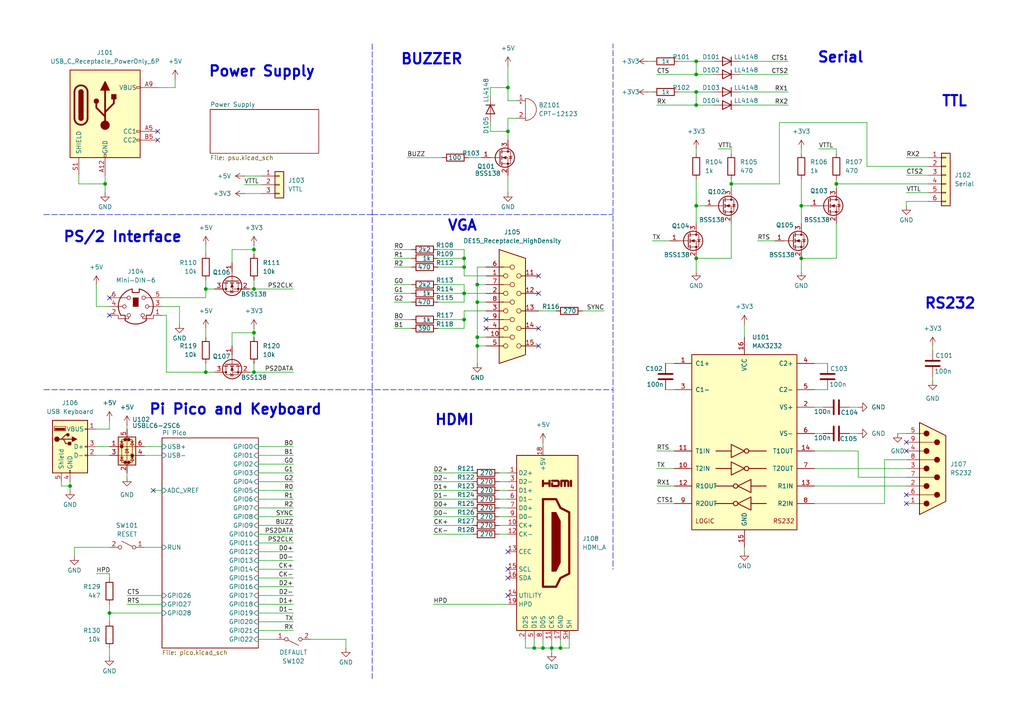
<source format=kicad_sch>
(kicad_sch (version 20231120) (generator "eeschema") (generator_version "8.0")
  (paper "A4")
  (title_block (title "VersaTerm Synthron Adaptation") (date "2024-09-26") (rev "1.0") (company "Synthron"))
  (junction (at 147.32 25.4))
  (junction (at 138.43 97.79))
  (junction (at 134.62 74.93))
  (junction (at 201.93 74.93))
  (junction (at 160.02 187.96))
  (junction (at 242.57 53.34))
  (junction (at 31.75 177.8))
  (junction (at 138.43 82.55))
  (junction (at 138.43 87.63))
  (junction (at 201.93 59.69))
  (junction (at 59.69 107.95))
  (junction (at 59.69 83.82))
  (junction (at 73.66 107.95))
  (junction (at 134.62 85.09))
  (junction (at 20.32 140.97))
  (junction (at 232.41 59.69))
  (junction (at 201.93 17.78))
  (junction (at 201.93 26.67))
  (junction (at 138.43 100.33))
  (junction (at 162.56 187.96))
  (junction (at 147.32 38.1))
  (junction (at 157.48 187.96))
  (junction (at 134.62 77.47))
  (junction (at 232.41 74.93))
  (junction (at 212.09 53.34))
  (junction (at 201.93 30.48))
  (junction (at 73.66 83.82))
  (junction (at 154.94 187.96))
  (junction (at 201.93 21.59))
  (junction (at 134.62 92.71))
  (junction (at 73.66 96.52))
  (junction (at 73.66 72.39))
  (junction (at 30.48 53.34))
  (no_connect (at 31.75 91.44))
  (no_connect (at 147.32 160.02))
  (no_connect (at 147.32 172.72))
  (no_connect (at 31.75 86.36))
  (no_connect (at 140.97 92.71))
  (no_connect (at 156.21 100.33))
  (no_connect (at 156.21 95.25))
  (no_connect (at 156.21 85.09))
  (no_connect (at 262.89 128.27))
  (no_connect (at 45.72 38.1))
  (no_connect (at 140.97 95.25))
  (no_connect (at 262.89 130.81))
  (no_connect (at 147.32 167.64))
  (no_connect (at 45.72 40.64))
  (no_connect (at 44.45 142.24))
  (no_connect (at 156.21 80.01))
  (no_connect (at 262.89 146.05))
  (no_connect (at 262.89 143.51))
  (no_connect (at 147.32 165.1))
  (wire (pts (xy 85.09 165.1) (xy 74.93 165.1)))
  (wire (pts (xy 270.51 109.22) (xy 270.51 110.49)))
  (wire (pts (xy 125.73 139.7) (xy 137.16 139.7)))
  (wire (pts (xy 30.48 50.8) (xy 30.48 53.34)))
  (wire (pts (xy 41.91 132.08) (xy 46.99 132.08)))
  (wire (pts (xy 59.69 86.36) (xy 59.69 83.82)))
  (wire (pts (xy 52.07 93.98) (xy 52.07 88.9)))
  (wire (pts (xy 22.86 50.8) (xy 22.86 53.34)))
  (wire (pts (xy 251.46 48.26) (xy 269.24 48.26)))
  (wire (pts (xy 242.57 64.77) (xy 242.57 74.93)))
  (wire (pts (xy 212.09 64.77) (xy 212.09 74.93)))
  (wire (pts (xy 236.22 125.73) (xy 238.76 125.73)))
  (polyline (pts (xy 107.95 12.7) (xy 107.95 113.03)) (stroke (width 0) (type dash)))
  (wire (pts (xy 114.3 82.55) (xy 119.38 82.55)))
  (wire (pts (xy 135.89 45.72) (xy 139.7 45.72)))
  (wire (pts (xy 125.73 149.86) (xy 137.16 149.86)))
  (wire (pts (xy 201.93 30.48) (xy 201.93 26.67)))
  (wire (pts (xy 85.09 167.64) (xy 74.93 167.64)))
  (wire (pts (xy 73.66 71.12) (xy 73.66 72.39)))
  (wire (pts (xy 85.09 132.08) (xy 74.93 132.08)))
  (wire (pts (xy 201.93 52.07) (xy 201.93 59.69)))
  (wire (pts (xy 20.32 140.97) (xy 20.32 142.24)))
  (wire (pts (xy 134.62 87.63) (xy 134.62 85.09)))
  (wire (pts (xy 50.8 25.4) (xy 45.72 25.4)))
  (wire (pts (xy 20.32 139.7) (xy 20.32 140.97)))
  (wire (pts (xy 262.89 45.72) (xy 269.24 45.72)))
  (wire (pts (xy 31.75 175.26) (xy 31.75 177.8)))
  (wire (pts (xy 193.04 105.41) (xy 195.58 105.41)))
  (wire (pts (xy 134.62 77.47) (xy 134.62 80.01)))
  (wire (pts (xy 85.09 172.72) (xy 74.93 172.72)))
  (wire (pts (xy 85.09 175.26) (xy 74.93 175.26)))
  (wire (pts (xy 144.78 152.4) (xy 147.32 152.4)))
  (wire (pts (xy 212.09 53.34) (xy 226.06 53.34)))
  (wire (pts (xy 157.48 187.96) (xy 154.94 187.96)))
  (wire (pts (xy 62.23 83.82) (xy 59.69 83.82)))
  (wire (pts (xy 74.93 149.86) (xy 85.09 149.86)))
  (wire (pts (xy 152.4 187.96) (xy 152.4 185.42)))
  (wire (pts (xy 114.3 95.25) (xy 119.38 95.25)))
  (wire (pts (xy 85.09 160.02) (xy 74.93 160.02)))
  (polyline (pts (xy 107.95 113.03) (xy 107.95 196.85)) (stroke (width 0) (type dash)))
  (wire (pts (xy 142.24 35.56) (xy 142.24 38.1)))
  (wire (pts (xy 156.21 90.17) (xy 161.29 90.17)))
  (wire (pts (xy 232.41 59.69) (xy 232.41 64.77)))
  (wire (pts (xy 85.09 162.56) (xy 74.93 162.56)))
  (wire (pts (xy 134.62 72.39) (xy 134.62 74.93)))
  (wire (pts (xy 208.28 43.18) (xy 212.09 43.18)))
  (wire (pts (xy 232.41 74.93) (xy 232.41 78.74)))
  (wire (pts (xy 138.43 87.63) (xy 140.97 87.63)))
  (wire (pts (xy 127 85.09) (xy 134.62 85.09)))
  (wire (pts (xy 59.69 95.25) (xy 59.69 97.79)))
  (wire (pts (xy 144.78 139.7) (xy 147.32 139.7)))
  (wire (pts (xy 201.93 17.78) (xy 207.01 17.78)))
  (wire (pts (xy 21.59 158.75) (xy 21.59 161.29)))
  (wire (pts (xy 125.73 147.32) (xy 137.16 147.32)))
  (wire (pts (xy 190.5 146.05) (xy 195.58 146.05)))
  (wire (pts (xy 114.3 72.39) (xy 119.38 72.39)))
  (wire (pts (xy 125.73 154.94) (xy 137.16 154.94)))
  (wire (pts (xy 85.09 129.54) (xy 74.93 129.54)))
  (wire (pts (xy 147.32 25.4) (xy 147.32 19.05)))
  (wire (pts (xy 48.26 91.44) (xy 46.99 91.44)))
  (wire (pts (xy 134.62 74.93) (xy 134.62 77.47)))
  (polyline (pts (xy 12.7 113.03) (xy 177.8 113.03)) (stroke (width 0) (type dash)))
  (wire (pts (xy 114.3 77.47) (xy 119.38 77.47)))
  (wire (pts (xy 127 77.47) (xy 134.62 77.47)))
  (wire (pts (xy 242.57 53.34) (xy 242.57 54.61)))
  (wire (pts (xy 74.93 180.34) (xy 85.09 180.34)))
  (wire (pts (xy 242.57 43.18) (xy 242.57 44.45)))
  (wire (pts (xy 125.73 137.16) (xy 137.16 137.16)))
  (wire (pts (xy 144.78 149.86) (xy 147.32 149.86)))
  (wire (pts (xy 85.09 170.18) (xy 74.93 170.18)))
  (polyline (pts (xy 12.7 62.23) (xy 107.95 62.23)) (stroke (width 0) (type dash)))
  (wire (pts (xy 36.83 175.26) (xy 46.99 175.26)))
  (wire (pts (xy 138.43 82.55) (xy 138.43 87.63)))
  (wire (pts (xy 256.54 146.05) (xy 256.54 133.35)))
  (wire (pts (xy 62.23 107.95) (xy 59.69 107.95)))
  (wire (pts (xy 142.24 38.1) (xy 147.32 38.1)))
  (wire (pts (xy 236.22 105.41) (xy 240.03 105.41)))
  (wire (pts (xy 160.02 185.42) (xy 160.02 187.96)))
  (wire (pts (xy 212.09 53.34) (xy 212.09 54.61)))
  (wire (pts (xy 72.39 83.82) (xy 73.66 83.82)))
  (wire (pts (xy 59.69 107.95) (xy 59.69 105.41)))
  (wire (pts (xy 246.38 118.11) (xy 248.92 118.11)))
  (wire (pts (xy 147.32 40.64) (xy 147.32 38.1)))
  (wire (pts (xy 201.93 26.67) (xy 207.01 26.67)))
  (wire (pts (xy 214.63 26.67) (xy 228.6 26.67)))
  (wire (pts (xy 52.07 88.9) (xy 46.99 88.9)))
  (wire (pts (xy 138.43 100.33) (xy 138.43 105.41)))
  (wire (pts (xy 236.22 140.97) (xy 262.89 140.97)))
  (wire (pts (xy 236.22 118.11) (xy 238.76 118.11)))
  (wire (pts (xy 134.62 85.09) (xy 140.97 85.09)))
  (wire (pts (xy 232.41 59.69) (xy 234.95 59.69)))
  (wire (pts (xy 207.01 21.59) (xy 201.93 21.59)))
  (wire (pts (xy 147.32 29.21) (xy 147.32 25.4)))
  (wire (pts (xy 140.97 77.47) (xy 138.43 77.47)))
  (wire (pts (xy 73.66 96.52) (xy 73.66 97.79)))
  (wire (pts (xy 187.96 17.78) (xy 189.23 17.78)))
  (wire (pts (xy 157.48 185.42) (xy 157.48 187.96)))
  (wire (pts (xy 165.1 187.96) (xy 162.56 187.96)))
  (wire (pts (xy 212.09 43.18) (xy 212.09 44.45)))
  (wire (pts (xy 196.85 26.67) (xy 201.93 26.67)))
  (wire (pts (xy 27.94 132.08) (xy 31.75 132.08)))
  (wire (pts (xy 36.83 172.72) (xy 46.99 172.72)))
  (wire (pts (xy 72.39 107.95) (xy 73.66 107.95)))
  (wire (pts (xy 31.75 121.92) (xy 31.75 124.46)))
  (wire (pts (xy 144.78 154.94) (xy 147.32 154.94)))
  (wire (pts (xy 144.78 144.78) (xy 147.32 144.78)))
  (wire (pts (xy 214.63 30.48) (xy 228.6 30.48)))
  (wire (pts (xy 246.38 125.73) (xy 248.92 125.73)))
  (wire (pts (xy 214.63 21.59) (xy 228.6 21.59)))
  (wire (pts (xy 142.24 27.94) (xy 142.24 25.4)))
  (wire (pts (xy 147.32 38.1) (xy 147.32 34.29)))
  (wire (pts (xy 127 72.39) (xy 134.62 72.39)))
  (polyline (pts (xy 107.95 62.23) (xy 177.8 62.23)) (stroke (width 0) (type dash)))
  (wire (pts (xy 134.62 90.17) (xy 140.97 90.17)))
  (wire (pts (xy 48.26 107.95) (xy 48.26 91.44)))
  (wire (pts (xy 73.66 72.39) (xy 67.31 72.39)))
  (wire (pts (xy 17.78 140.97) (xy 20.32 140.97)))
  (wire (pts (xy 17.78 139.7) (xy 17.78 140.97)))
  (wire (pts (xy 85.09 177.8) (xy 74.93 177.8)))
  (wire (pts (xy 201.93 43.18) (xy 201.93 44.45)))
  (wire (pts (xy 134.62 92.71) (xy 134.62 90.17)))
  (wire (pts (xy 74.93 157.48) (xy 85.09 157.48)))
  (wire (pts (xy 100.33 185.42) (xy 100.33 187.96)))
  (wire (pts (xy 232.41 52.07) (xy 232.41 59.69)))
  (wire (pts (xy 138.43 82.55) (xy 140.97 82.55)))
  (wire (pts (xy 242.57 53.34) (xy 269.24 53.34)))
  (wire (pts (xy 215.9 93.98) (xy 215.9 97.79)))
  (wire (pts (xy 127 87.63) (xy 134.62 87.63)))
  (wire (pts (xy 140.97 100.33) (xy 138.43 100.33)))
  (wire (pts (xy 73.66 72.39) (xy 73.66 73.66)))
  (wire (pts (xy 85.09 142.24) (xy 74.93 142.24)))
  (wire (pts (xy 44.45 142.24) (xy 46.99 142.24)))
  (wire (pts (xy 114.3 74.93) (xy 119.38 74.93)))
  (wire (pts (xy 242.57 74.93) (xy 232.41 74.93)))
  (wire (pts (xy 125.73 142.24) (xy 137.16 142.24)))
  (wire (pts (xy 138.43 87.63) (xy 138.43 97.79)))
  (wire (pts (xy 201.93 59.69) (xy 204.47 59.69)))
  (wire (pts (xy 67.31 72.39) (xy 67.31 76.2)))
  (wire (pts (xy 31.75 177.8) (xy 31.75 180.34)))
  (wire (pts (xy 27.94 166.37) (xy 31.75 166.37)))
  (wire (pts (xy 41.91 129.54) (xy 46.99 129.54)))
  (wire (pts (xy 262.89 55.88) (xy 269.24 55.88)))
  (wire (pts (xy 46.99 86.36) (xy 59.69 86.36)))
  (wire (pts (xy 73.66 96.52) (xy 67.31 96.52)))
  (wire (pts (xy 31.75 158.75) (xy 21.59 158.75)))
  (wire (pts (xy 85.09 137.16) (xy 74.93 137.16)))
  (wire (pts (xy 196.85 17.78) (xy 201.93 17.78)))
  (wire (pts (xy 262.89 58.42) (xy 262.89 59.69)))
  (wire (pts (xy 125.73 152.4) (xy 137.16 152.4)))
  (wire (pts (xy 85.09 139.7) (xy 74.93 139.7)))
  (wire (pts (xy 85.09 144.78) (xy 74.93 144.78)))
  (wire (pts (xy 201.93 21.59) (xy 201.93 17.78)))
  (wire (pts (xy 168.91 90.17) (xy 175.26 90.17)))
  (wire (pts (xy 190.5 135.89) (xy 195.58 135.89)))
  (wire (pts (xy 147.32 34.29) (xy 149.86 34.29)))
  (wire (pts (xy 160.02 187.96) (xy 160.02 189.23)))
  (wire (pts (xy 27.94 82.55) (xy 27.94 88.9)))
  (wire (pts (xy 50.8 22.86) (xy 50.8 25.4)))
  (wire (pts (xy 85.09 147.32) (xy 74.93 147.32)))
  (wire (pts (xy 67.31 96.52) (xy 67.31 100.33)))
  (wire (pts (xy 236.22 130.81) (xy 248.92 130.81)))
  (wire (pts (xy 30.48 53.34) (xy 30.48 55.88)))
  (wire (pts (xy 190.5 21.59) (xy 201.93 21.59)))
  (wire (pts (xy 160.02 187.96) (xy 157.48 187.96)))
  (polyline (pts (xy 177.8 71.12) (xy 177.8 165.1)) (stroke (width 0) (type dash)))
  (wire (pts (xy 70.866 56.134) (xy 75.946 56.134)))
  (wire (pts (xy 190.5 30.48) (xy 201.93 30.48)))
  (wire (pts (xy 74.93 185.42) (xy 80.01 185.42)))
  (wire (pts (xy 31.75 177.8) (xy 46.99 177.8)))
  (wire (pts (xy 138.43 97.79) (xy 140.97 97.79)))
  (wire (pts (xy 31.75 166.37) (xy 31.75 167.64)))
  (wire (pts (xy 134.62 80.01) (xy 140.97 80.01)))
  (wire (pts (xy 74.93 152.4) (xy 85.09 152.4)))
  (wire (pts (xy 138.43 77.47) (xy 138.43 82.55)))
  (wire (pts (xy 127 82.55) (xy 134.62 82.55)))
  (wire (pts (xy 201.93 59.69) (xy 201.93 64.77)))
  (wire (pts (xy 74.93 154.94) (xy 85.09 154.94)))
  (wire (pts (xy 127 95.25) (xy 134.62 95.25)))
  (wire (pts (xy 212.09 52.07) (xy 212.09 53.34)))
  (wire (pts (xy 256.54 133.35) (xy 262.89 133.35)))
  (wire (pts (xy 248.92 130.81) (xy 248.92 138.43)))
  (wire (pts (xy 236.22 113.03) (xy 240.03 113.03)))
  (wire (pts (xy 144.78 147.32) (xy 147.32 147.32)))
  (wire (pts (xy 73.66 107.95) (xy 73.66 105.41)))
  (wire (pts (xy 138.43 97.79) (xy 138.43 100.33)))
  (wire (pts (xy 22.86 53.34) (xy 30.48 53.34)))
  (wire (pts (xy 242.57 52.07) (xy 242.57 53.34)))
  (wire (pts (xy 226.06 53.34) (xy 226.06 35.56)))
  (wire (pts (xy 134.62 95.25) (xy 134.62 92.71)))
  (wire (pts (xy 70.866 53.594) (xy 75.946 53.594)))
  (wire (pts (xy 73.66 95.25) (xy 73.66 96.52)))
  (wire (pts (xy 73.66 107.95) (xy 85.09 107.95)))
  (wire (pts (xy 219.71 69.85) (xy 224.79 69.85)))
  (wire (pts (xy 125.73 144.78) (xy 137.16 144.78)))
  (wire (pts (xy 251.46 35.56) (xy 251.46 48.26)))
  (wire (pts (xy 134.62 82.55) (xy 134.62 85.09)))
  (wire (pts (xy 144.78 142.24) (xy 147.32 142.24)))
  (wire (pts (xy 142.24 25.4) (xy 147.32 25.4)))
  (wire (pts (xy 127 74.93) (xy 134.62 74.93)))
  (wire (pts (xy 70.866 51.054) (xy 75.946 51.054)))
  (wire (pts (xy 46.99 158.75) (xy 41.91 158.75)))
  (wire (pts (xy 74.93 182.88) (xy 85.09 182.88)))
  (wire (pts (xy 59.69 71.12) (xy 59.69 73.66)))
  (wire (pts (xy 114.3 92.71) (xy 119.38 92.71)))
  (wire (pts (xy 157.48 128.27) (xy 157.48 129.54)))
  (wire (pts (xy 248.92 138.43) (xy 262.89 138.43)))
  (wire (pts (xy 73.66 83.82) (xy 73.66 81.28)))
  (wire (pts (xy 260.35 125.73) (xy 262.89 125.73)))
  (wire (pts (xy 187.96 26.67) (xy 189.23 26.67)))
  (wire (pts (xy 212.09 74.93) (xy 201.93 74.93)))
  (wire (pts (xy 262.89 50.8) (xy 269.24 50.8)))
  (wire (pts (xy 154.94 187.96) (xy 152.4 187.96)))
  (wire (pts (xy 269.24 58.42) (xy 262.89 58.42)))
  (wire (pts (xy 59.69 83.82) (xy 59.69 81.28)))
  (wire (pts (xy 190.5 140.97) (xy 195.58 140.97)))
  (wire (pts (xy 59.69 107.95) (xy 48.26 107.95)))
  (wire (pts (xy 193.04 113.03) (xy 195.58 113.03)))
  (wire (pts (xy 27.94 129.54) (xy 31.75 129.54)))
  (wire (pts (xy 149.86 29.21) (xy 147.32 29.21)))
  (wire (pts (xy 165.1 185.42) (xy 165.1 187.96)))
  (wire (pts (xy 114.3 87.63) (xy 119.38 87.63)))
  (wire (pts (xy 201.93 74.93) (xy 201.93 78.74)))
  (wire (pts (xy 36.83 123.19) (xy 36.83 124.46)))
  (wire (pts (xy 127 92.71) (xy 134.62 92.71)))
  (wire (pts (xy 190.5 130.81) (xy 195.58 130.81)))
  (wire (pts (xy 27.94 88.9) (xy 31.75 88.9)))
  (wire (pts (xy 236.22 135.89) (xy 262.89 135.89)))
  (wire (pts (xy 31.75 187.96) (xy 31.75 190.5)))
  (wire (pts (xy 270.51 100.33) (xy 270.51 101.6)))
  (wire (pts (xy 73.66 83.82) (xy 85.09 83.82)))
  (wire (pts (xy 162.56 187.96) (xy 160.02 187.96)))
  (wire (pts (xy 128.27 45.72) (xy 118.11 45.72)))
  (wire (pts (xy 31.75 124.46) (xy 27.94 124.46)))
  (wire (pts (xy 236.22 146.05) (xy 256.54 146.05)))
  (wire (pts (xy 237.49 43.18) (xy 242.57 43.18)))
  (wire (pts (xy 114.3 85.09) (xy 119.38 85.09)))
  (wire (pts (xy 154.94 185.42) (xy 154.94 187.96)))
  (wire (pts (xy 214.63 17.78) (xy 228.6 17.78)))
  (wire (pts (xy 90.17 185.42) (xy 100.33 185.42)))
  (wire (pts (xy 36.83 137.16) (xy 36.83 138.43)))
  (wire (pts (xy 232.41 43.18) (xy 232.41 44.45)))
  (wire (pts (xy 147.32 55.88) (xy 147.32 50.8)))
  (wire (pts (xy 226.06 35.56) (xy 251.46 35.56)))
  (wire (pts (xy 215.9 158.75) (xy 215.9 160.02)))
  (wire (pts (xy 125.73 175.26) (xy 147.32 175.26)))
  (wire (pts (xy 85.09 134.62) (xy 74.93 134.62)))
  (wire (pts (xy 189.23 69.85) (xy 194.31 69.85)))
  (wire (pts (xy 207.01 30.48) (xy 201.93 30.48)))
  (polyline (pts (xy 177.8 71.12) (xy 177.8 12.7)) (stroke (width 0) (type dash)))
  (wire (pts (xy 144.78 137.16) (xy 147.32 137.16)))
  (wire (pts (xy 162.56 185.42) (xy 162.56 187.96)))
  (text "Pi Pico and Keyboard" (at 68.326 118.872 0) (effects (font (size 3 3) (thickness 0.6) (bold yes))))
  (text "Serial" (at 243.84 16.764 0) (effects (font (size 3 3) (thickness 0.6) (bold yes))))
  (text "HDMI" (at 131.826 121.92 0) (effects (font (size 3 3) (thickness 0.6) (bold yes))))
  (text "BUZZER" (at 125.222 17.272 0) (effects (font (size 3 3) (thickness 0.6) (bold yes))))
  (text "VGA" (at 134.112 65.532 0) (effects (font (size 3 3) (thickness 0.6) (bold yes))))
  (text "TTL" (at 276.86 29.464 0) (effects (font (size 3 3) (thickness 0.6) (bold yes))))
  (text "PS/2 Interface" (at 35.56 68.834 0) (effects (font (size 3 3) (thickness 0.6) (bold yes))))
  (text "Power Supply" (at 75.946 20.828 0) (effects (font (size 3 3) (thickness 0.6) (bold yes))))
  (text "RS232" (at 275.59 88.138 0) (effects (font (size 3 3) (thickness 0.6) (bold yes))))
  (label "VTTL" (at 262.89 55.88 0) (effects (font (thickness 0.1588))))
  (label "RTS" (at 219.71 69.85 0))
  (label "VTTL" (at 237.49 43.18 0) (effects (font (thickness 0.1588))))
  (label "D0-" (at 85.09 162.56 180))
  (label "PS2CLK" (at 85.09 83.82 180))
  (label "G1" (at 114.3 85.09 0))
  (label "CTS2" (at 262.89 50.8 0) (effects (font (thickness 0.1588))))
  (label "D2-" (at 125.73 139.7 0))
  (label "B1" (at 114.3 95.25 0))
  (label "R0" (at 114.3 72.39 0))
  (label "R1" (at 114.3 74.93 0))
  (label "B1" (at 85.09 132.08 180))
  (label "VTTL" (at 208.28 43.18 0) (effects (font (thickness 0.1588))))
  (label "G2" (at 114.3 87.63 0))
  (label "BUZZ" (at 118.11 45.72 0))
  (label "CTS" (at 36.83 172.72 0))
  (label "RX2" (at 262.89 45.72 0) (effects (font (thickness 0.1588))))
  (label "RTS" (at 36.83 175.26 0))
  (label "D0-" (at 125.73 149.86 0))
  (label "TX" (at 189.23 69.85 0))
  (label "PS2DATA" (at 85.09 154.94 180))
  (label "CK+" (at 85.09 165.1 180))
  (label "CTS2" (at 228.6 21.59 180) (effects (font (thickness 0.1588))))
  (label "HPD" (at 125.73 175.26 0))
  (label "G2" (at 85.09 139.7 180))
  (label "TX" (at 85.09 180.34 180))
  (label "SYNC" (at 85.09 149.86 180))
  (label "D1+" (at 125.73 142.24 0))
  (label "RX" (at 190.5 30.48 0) (effects (font (thickness 0.1588))))
  (label "CK+" (at 125.73 152.4 0))
  (label "D1-" (at 125.73 144.78 0))
  (label "TX" (at 190.5 135.89 0))
  (label "R0" (at 85.09 142.24 180))
  (label "G1" (at 85.09 137.16 180))
  (label "CTS1" (at 190.5 146.05 0))
  (label "BUZZ" (at 85.09 152.4 180))
  (label "PS2DATA" (at 85.09 107.95 180))
  (label "D1+" (at 85.09 175.26 180))
  (label "CTS" (at 190.5 21.59 0) (effects (font (thickness 0.1588))))
  (label "D0+" (at 125.73 147.32 0) (effects (font (thickness 0.1588))))
  (label "PS2CLK" (at 85.09 157.48 180))
  (label "D1-" (at 85.09 177.8 180))
  (label "G0" (at 85.09 134.62 180))
  (label "RX" (at 85.09 182.88 180))
  (label "RTS" (at 190.5 130.81 0))
  (label "RX1" (at 190.5 140.97 0))
  (label "G0" (at 114.3 82.55 0))
  (label "CK-" (at 125.73 154.94 0))
  (label "D2+" (at 125.73 137.16 0))
  (label "R2" (at 85.09 147.32 180))
  (label "B0" (at 114.3 92.71 0))
  (label "RX1" (at 228.6 26.67 180) (effects (font (thickness 0.1588))))
  (label "D2+" (at 85.09 170.18 180))
  (label "SYNC" (at 175.26 90.17 180))
  (label "RX2" (at 228.6 30.48 180) (effects (font (thickness 0.1588))))
  (label "R1" (at 85.09 144.78 180))
  (label "HPD" (at 27.94 166.37 0))
  (label "D0+" (at 85.09 160.02 180) (effects (font (thickness 0.1588))))
  (label "B0" (at 85.09 129.54 180))
  (label "R2" (at 114.3 77.47 0))
  (label "CTS1" (at 228.6 17.78 180) (effects (font (thickness 0.1588))))
  (label "CK-" (at 85.09 167.64 180))
  (label "D2-" (at 85.09 172.72 180))
  (label "VTTL" (at 70.866 53.594 0))
  (symbol (lib_id "Diode:LL4148") (at 142.24 31.75 90) (mirror x) (unit 1)
    (property "Reference" "D105" (at 140.97 36.322 0))
    (property "Value" "LL4148" (at 140.97 26.162 0))
    (property "Footprint" "Diode_SMD:D_MiniMELF" (effects (hide yes)))
    (property "Datasheet" "http://www.vishay.com/docs/85557/ll4148.pdf" (effects (hide yes)))
    (property "Description" "100V 0.15A standard switching diode, MiniMELF" (effects (hide yes)))
    (property "Sim.Device" "D" (effects (hide yes)))
    (property "Sim.Pins" "1=K 2=A" (effects (hide yes)))
  )
  (symbol (lib_id "Device:R") (at 123.19 92.71 90) (unit 1)
    (property "Reference" "R117" (at 131.572 91.44 90) (effects (justify left)))
    (property "Value" "1k" (at 124.968 92.71 90) (effects (justify left)))
    (property "Footprint" "Resistor_SMD:R_0805_2012Metric" (effects (hide yes)))
    (property "Description" "Resistor" (effects (hide yes)))
  )
  (symbol (lib_id "power:GND") (at 262.89 59.69 0) (unit 1)
    (property "Reference" "#PWR0111" (effects (hide yes)))
    (property "Value" "GND" (at 262.89 63.8231 0))
  )
  (symbol (lib_id "Device:C") (at 242.57 125.73 90) (unit 1)
    (property "Reference" "C105" (at 248.666 127.254 90) (effects (justify left)))
    (property "Value" "100n" (at 241.046 127 90) (effects (justify left)))
    (property "Footprint" "Capacitor_SMD:C_0805_2012Metric" (effects (hide yes)))
    (property "Description" "Unpolarized capacitor" (effects (hide yes)))
  )
  (symbol (lib_id "power:GND") (at 31.75 190.5 0) (unit 1)
    (property "Reference" "#PWR0134" (effects (hide yes)))
    (property "Value" "GND" (at 31.75 194.6331 0))
  )
  (symbol (lib_id "power:GND") (at 270.51 110.49 0) (unit 1)
    (property "Reference" "#PWR0123" (effects (hide yes)))
    (property "Value" "GND" (at 270.51 115.57 0))
    (property "Description" "Power symbol creates a global label with name \"GND\" , ground" (effects (hide yes)))
  )
  (symbol (lib_id "Switch:SW_SPST") (at 36.83 158.75 0) (mirror y) (unit 1)
    (property "Reference" "SW101" (at 36.83 152.4 0))
    (property "Value" "RESET" (at 36.83 154.94 0))
    (property "Footprint" "Button_Switch_SMD:SW_SPST_TL3342" (effects (hide yes)))
    (property "Description" "Single Pole Single Throw (SPST) switch" (effects (hide yes)))
  )
  (symbol (lib_id "Connector:Mini-DIN-6") (at 39.37 88.9 0) (unit 1)
    (property "Reference" "J104" (at 39.3877 78.74 0))
    (property "Value" "Mini-DIN-6" (at 39.3877 81.28 0))
    (property "Footprint" "Eigene:57500711" (effects (hide yes)))
    (property "Datasheet" "http://service.powerdynamics.com/ec/Catalog17/Section%2011.pdf" (effects (hide yes)))
    (property "Description" "6-pin Mini-DIN connector" (effects (hide yes)))
  )
  (symbol (lib_id "Device:Buzzer") (at 152.4 31.75 0) (unit 1)
    (property "Reference" "BZ101" (at 156.21 30.4799 0) (effects (justify left)))
    (property "Value" "CPT-12123" (at 156.21 33.0199 0) (effects (justify left)))
    (property "Footprint" "Buzzer_Beeper:Buzzer_Mallory_AST1240MLQ" (effects (hide yes)))
    (property "Description" "Buzzer, polarized" (effects (hide yes)))
  )
  (symbol (lib_id "Device:R") (at 123.19 85.09 90) (unit 1)
    (property "Reference" "R114" (at 131.572 83.82 90) (effects (justify left)))
    (property "Value" "1k" (at 124.968 85.09 90) (effects (justify left)))
    (property "Footprint" "Resistor_SMD:R_0805_2012Metric" (effects (hide yes)))
    (property "Description" "Resistor" (effects (hide yes)))
  )
  (symbol (lib_id "Interface_UART:MAX3232") (at 215.9 128.27 0) (unit 1)
    (property "Reference" "U101" (at 218.0941 97.79 0) (effects (justify left)))
    (property "Value" "MAX3232" (at 218.0941 100.33 0) (effects (justify left)))
    (property "Footprint" "Package_SO:TSSOP-16_4.4x5mm_P0.65mm" (effects (hide yes)))
    (property "Datasheet" "https://datasheets.maximintegrated.com/en/ds/MAX3222-MAX3241.pdf" (effects (hide yes)))
    (property "Description" "3.0V to 5.5V, Low-Power, up to 1Mbps, True RS-232 Transceivers Using Four 0.1μF External Capacitors" (effects (hide yes)))
  )
  (symbol (lib_id "Connector:DE15_Receptacle_HighDensity") (at 148.59 90.17 0) (unit 1)
    (property "Reference" "J105" (at 148.59 67.31 0))
    (property "Value" "DE15_Receptacle_HighDensity" (at 148.59 69.85 0))
    (property "Footprint" "Connector_Dsub:DSUB-15-HD_Female_Horizontal_P2.29x1.98mm_EdgePinOffset8.35mm_Housed_MountingHolesOffset10.89mm" (effects (hide yes)))
    (property "Description" "15-pin female receptacle socket D-SUB connector, High density (3 columns), Triple Row, Generic, VGA-connector" (effects (hide yes)))
  )
  (symbol (lib_id "power:+5V") (at 27.94 82.55 0) (unit 1)
    (property "Reference" "#PWR0116" (effects (hide yes)))
    (property "Value" "+5V" (at 27.94 77.47 0))
    (property "Description" "Power symbol creates a global label with name \"+5V\"" (effects (hide yes)))
  )
  (symbol (lib_id "Device:C") (at 240.03 109.22 0) (unit 1)
    (property "Reference" "C103" (at 240.792 106.934 0) (effects (justify left)))
    (property "Value" "100n" (at 240.538 111.506 0) (effects (justify left)))
    (property "Footprint" "Capacitor_SMD:C_0805_2012Metric" (effects (hide yes)))
    (property "Description" "Unpolarized capacitor" (effects (hide yes)))
  )
  (symbol (lib_id "Device:R") (at 165.1 90.17 270) (mirror x) (unit 1)
    (property "Reference" "R116" (at 157.226 88.9 90) (effects (justify left)))
    (property "Value" "270" (at 163.322 90.17 90) (effects (justify left)))
    (property "Footprint" "Resistor_SMD:R_0805_2012Metric" (effects (hide yes)))
    (property "Description" "Resistor" (effects (hide yes)))
  )
  (symbol (lib_id "Transistor_FET:BSS138") (at 229.87 69.85 0) (unit 1)
    (property "Reference" "Q105" (at 225.044 65.278 0) (effects (justify left)))
    (property "Value" "BSS138" (at 223.012 73.914 0) (effects (justify left)))
    (property "Footprint" "Package_TO_SOT_SMD:SOT-23" (effects (hide yes)))
    (property "Datasheet" "https://www.onsemi.com/pub/Collateral/BSS138-D.PDF" (effects (hide yes)))
    (property "Description" "50V Vds, 0.22A Id, N-Channel MOSFET, SOT-23" (effects (hide yes)))
  )
  (symbol (lib_id "Device:R") (at 140.97 149.86 270) (mirror x) (unit 1)
    (property "Reference" "R126" (at 132.588 148.59 90) (effects (justify left)))
    (property "Value" "270" (at 139.192 149.86 90) (effects (justify left)))
    (property "Footprint" "Resistor_SMD:R_0805_2012Metric" (effects (hide yes)))
    (property "Description" "Resistor" (effects (hide yes)))
  )
  (symbol (lib_id "Device:R") (at 31.75 184.15 0) (mirror y) (unit 1)
    (property "Reference" "R130" (at 29.21 182.8799 0) (effects (justify left)))
    (property "Value" "10k" (at 29.21 185.4199 0) (effects (justify left)))
    (property "Footprint" "Resistor_SMD:R_0805_2012Metric" (effects (hide yes)))
    (property "Description" "Resistor" (effects (hide yes)))
  )
  (symbol (lib_id "Device:R") (at 140.97 142.24 270) (mirror x) (unit 1)
    (property "Reference" "R123" (at 132.588 140.97 90) (effects (justify left)))
    (property "Value" "270" (at 139.192 142.24 90) (effects (justify left)))
    (property "Footprint" "Resistor_SMD:R_0805_2012Metric" (effects (hide yes)))
    (property "Description" "Resistor" (effects (hide yes)))
  )
  (symbol (lib_id "Transistor_FET:BSS138") (at 144.78 45.72 0) (unit 1)
    (property "Reference" "Q101" (at 140.97 48.26 0))
    (property "Value" "BSS138" (at 141.478 50.292 0))
    (property "Footprint" "Package_TO_SOT_SMD:SOT-23" (effects (hide yes)))
    (property "Datasheet" "https://www.onsemi.com/pub/Collateral/BSS138-D.PDF" (effects (hide yes)))
    (property "Description" "50V Vds, 0.22A Id, N-Channel MOSFET, SOT-23" (effects (hide yes)))
  )
  (symbol (lib_id "power:GND") (at 100.33 187.96 0) (mirror y) (unit 1)
    (property "Reference" "#PWR0132" (effects (hide yes)))
    (property "Value" "GND" (at 100.33 192.0931 0))
  )
  (symbol (lib_id "Transistor_FET:BSS138") (at 67.31 105.41 90) (mirror x) (unit 1)
    (property "Reference" "Q107" (at 64.262 103.378 90))
    (property "Value" "BSS138" (at 73.66 109.474 90))
    (property "Footprint" "Package_TO_SOT_SMD:SOT-23" (effects (hide yes)))
    (property "Datasheet" "https://www.onsemi.com/pub/Collateral/BSS138-D.PDF" (effects (hide yes)))
    (property "Description" "50V Vds, 0.22A Id, N-Channel MOSFET, SOT-23" (effects (hide yes)))
  )
  (symbol (lib_id "Diode:LL4148") (at 210.82 17.78 0) (mirror y) (unit 1)
    (property "Reference" "D101" (at 206.248 16.51 0))
    (property "Value" "LL4148" (at 216.408 16.51 0))
    (property "Footprint" "Diode_SMD:D_MiniMELF" (effects (hide yes)))
    (property "Datasheet" "http://www.vishay.com/docs/85557/ll4148.pdf" (effects (hide yes)))
    (property "Description" "100V 0.15A standard switching diode, MiniMELF" (effects (hide yes)))
    (property "Sim.Device" "D" (effects (hide yes)))
    (property "Sim.Pins" "1=K 2=A" (effects (hide yes)))
  )
  (symbol (lib_id "Device:R") (at 140.97 144.78 270) (mirror x) (unit 1)
    (property "Reference" "R124" (at 132.588 143.51 90) (effects (justify left)))
    (property "Value" "270" (at 139.192 144.78 90) (effects (justify left)))
    (property "Footprint" "Resistor_SMD:R_0805_2012Metric" (effects (hide yes)))
    (property "Description" "Resistor" (effects (hide yes)))
  )
  (symbol (lib_id "power:+3V3") (at 215.9 93.98 0) (unit 1)
    (property "Reference" "#PWR0118" (effects (hide yes)))
    (property "Value" "+3V3" (at 215.9 88.9 0))
    (property "Description" "Power symbol creates a global label with name \"+3V3\"" (effects (hide yes)))
  )
  (symbol (lib_id "Connector_Generic:Conn_01x06") (at 274.32 50.8 0) (unit 1)
    (property "Reference" "J102" (at 276.86 50.7999 0) (effects (justify left)))
    (property "Value" "Serial" (at 276.86 53.3399 0) (effects (justify left)))
    (property "Footprint" "Connector_PinHeader_2.54mm:PinHeader_1x06_P2.54mm_Horizontal" (effects (hide yes)))
    (property "Description" "Generic connector, single row, 01x06, script generated (kicad-library-utils/schlib/autogen/connector/)" (effects (hide yes)))
  )
  (symbol (lib_id "Device:R") (at 123.19 87.63 90) (unit 1)
    (property "Reference" "R115" (at 131.572 86.36 90) (effects (justify left)))
    (property "Value" "470" (at 124.968 87.63 90) (effects (justify left)))
    (property "Footprint" "Resistor_SMD:R_0805_2012Metric" (effects (hide yes)))
    (property "Description" "Resistor" (effects (hide yes)))
  )
  (symbol (lib_id "Device:R") (at 212.09 48.26 0) (unit 1)
    (property "Reference" "R105" (at 214.63 46.9899 0) (effects (justify left)))
    (property "Value" "470" (at 214.63 49.5299 0) (effects (justify left)))
    (property "Footprint" "Resistor_SMD:R_0805_2012Metric" (effects (hide yes)))
    (property "Description" "Resistor" (effects (hide yes)))
  )
  (symbol (lib_id "Connector:DE9_Plug") (at 270.51 135.89 0) (unit 1)
    (property "Reference" "J107" (at 275.59 134.6199 0) (effects (justify left)))
    (property "Value" "RS232" (at 275.59 137.1599 0) (effects (justify left)))
    (property "Footprint" "Connector_Dsub:DSUB-9_Male_Horizontal_P2.77x2.84mm_EdgePinOffset7.70mm_Housed_MountingHolesOffset9.12mm" (effects (hide yes)))
    (property "Description" "9-pin male plug pin D-SUB connector" (effects (hide yes)))
  )
  (symbol (lib_id "power:+5V") (at 31.75 121.92 0) (unit 1)
    (property "Reference" "#PWR0125" (effects (hide yes)))
    (property "Value" "+5V" (at 31.75 116.84 0))
    (property "Description" "Power symbol creates a global label with name \"+5V\"" (effects (hide yes)))
  )
  (symbol (lib_id "power:+5V") (at 50.8 22.86 0) (unit 1)
    (property "Reference" "#PWR0103" (effects (hide yes)))
    (property "Value" "+5V" (at 50.8 17.78 0))
    (property "Description" "Power symbol creates a global label with name \"+5V\"" (effects (hide yes)))
  )
  (symbol (lib_id "Diode:LL4148") (at 210.82 26.67 0) (mirror y) (unit 1)
    (property "Reference" "D103" (at 206.248 25.4 0))
    (property "Value" "LL4148" (at 216.408 25.4 0))
    (property "Footprint" "Diode_SMD:D_MiniMELF" (effects (hide yes)))
    (property "Datasheet" "http://www.vishay.com/docs/85557/ll4148.pdf" (effects (hide yes)))
    (property "Description" "100V 0.15A standard switching diode, MiniMELF" (effects (hide yes)))
    (property "Sim.Device" "D" (effects (hide yes)))
    (property "Sim.Pins" "1=K 2=A" (effects (hide yes)))
  )
  (symbol (lib_id "Device:R") (at 73.66 101.6 0) (unit 1)
    (property "Reference" "R120" (at 76.2 100.3299 0) (effects (justify left)))
    (property "Value" "10k" (at 76.2 102.8699 0) (effects (justify left)))
    (property "Footprint" "Resistor_SMD:R_0805_2012Metric" (effects (hide yes)))
    (property "Description" "Resistor" (effects (hide yes)))
  )
  (symbol (lib_id "Diode:LL4148") (at 210.82 21.59 0) (mirror y) (unit 1)
    (property "Reference" "D102" (at 206.248 20.32 0))
    (property "Value" "LL4148" (at 216.408 20.32 0))
    (property "Footprint" "Diode_SMD:D_MiniMELF" (effects (hide yes)))
    (property "Datasheet" "http://www.vishay.com/docs/85557/ll4148.pdf" (effects (hide yes)))
    (property "Description" "100V 0.15A standard switching diode, MiniMELF" (effects (hide yes)))
    (property "Sim.Device" "D" (effects (hide yes)))
    (property "Sim.Pins" "1=K 2=A" (effects (hide yes)))
  )
  (symbol (lib_id "power:GND") (at 248.92 118.11 90) (unit 1)
    (property "Reference" "#PWR0124" (effects (hide yes)))
    (property "Value" "GND" (at 252.73 118.1099 90) (effects (justify right)))
  )
  (symbol (lib_id "Device:R") (at 242.57 48.26 0) (unit 1)
    (property "Reference" "R107" (at 245.11 46.9899 0) (effects (justify left)))
    (property "Value" "470" (at 245.11 49.5299 0) (effects (justify left)))
    (property "Footprint" "Resistor_SMD:R_0805_2012Metric" (effects (hide yes)))
    (property "Description" "Resistor" (effects (hide yes)))
  )
  (symbol (lib_id "power:GND") (at 201.93 78.74 0) (unit 1)
    (property "Reference" "#PWR0114" (effects (hide yes)))
    (property "Value" "GND" (at 201.93 82.8731 0))
  )
  (symbol (lib_id "Device:R") (at 201.93 48.26 0) (unit 1)
    (property "Reference" "R104" (at 204.47 46.9899 0) (effects (justify left)))
    (property "Value" "1k" (at 204.47 49.5299 0) (effects (justify left)))
    (property "Footprint" "Resistor_SMD:R_0805_2012Metric" (effects (hide yes)))
    (property "Description" "Resistor" (effects (hide yes)))
  )
  (symbol (lib_id "Connector:HDMI_A") (at 157.48 157.48 0) (unit 1)
    (property "Reference" "J108" (at 168.91 156.2099 0) (effects (justify left)))
    (property "Value" "HDMI_A" (at 168.91 158.7499 0) (effects (justify left)))
    (property "Footprint" "Eigene:AMPHENOL_10029449-111RLF" (effects (hide yes)))
    (property "Datasheet" "https://en.wikipedia.org/wiki/HDMI" (effects (hide yes)))
    (property "Description" "HDMI type A connector" (effects (hide yes)))
  )
  (symbol (lib_id "Device:R") (at 59.69 77.47 0) (mirror y) (unit 1)
    (property "Reference" "R110" (at 57.15 76.1999 0) (effects (justify left)))
    (property "Value" "10k" (at 57.15 78.7399 0) (effects (justify left)))
    (property "Footprint" "Resistor_SMD:R_0805_2012Metric" (effects (hide yes)))
    (property "Description" "Resistor" (effects (hide yes)))
  )
  (symbol (lib_id "power:+5V") (at 59.69 95.25 0) (unit 1)
    (property "Reference" "#PWR0119" (effects (hide yes)))
    (property "Value" "+5V" (at 59.69 90.17 0))
    (property "Description" "Power symbol creates a global label with name \"+5V\"" (effects (hide yes)))
  )
  (symbol (lib_id "power:GND") (at 20.32 142.24 0) (unit 1)
    (property "Reference" "#PWR0129" (effects (hide yes)))
    (property "Value" "GND" (at 20.32 146.3731 0))
  )
  (symbol (lib_id "power:+3V3") (at 187.96 26.67 90) (unit 1)
    (property "Reference" "#PWR0104" (effects (hide yes)))
    (property "Value" "+3V3" (at 182.88 26.67 90))
    (property "Description" "Power symbol creates a global label with name \"+3V3\"" (effects (hide yes)))
  )
  (symbol (lib_id "Device:R") (at 140.97 137.16 270) (mirror x) (unit 1)
    (property "Reference" "R121" (at 132.588 135.89 90) (effects (justify left)))
    (property "Value" "270" (at 139.192 137.16 90) (effects (justify left)))
    (property "Footprint" "Resistor_SMD:R_0805_2012Metric" (effects (hide yes)))
    (property "Description" "Resistor" (effects (hide yes)))
  )
  (symbol (lib_id "Device:R") (at 73.66 77.47 0) (unit 1)
    (property "Reference" "R111" (at 76.2 76.1999 0) (effects (justify left)))
    (property "Value" "10k" (at 76.2 78.7399 0) (effects (justify left)))
    (property "Footprint" "Resistor_SMD:R_0805_2012Metric" (effects (hide yes)))
    (property "Description" "Resistor" (effects (hide yes)))
  )
  (symbol (lib_id "Device:R") (at 140.97 139.7 270) (mirror x) (unit 1)
    (property "Reference" "R122" (at 132.588 138.43 90) (effects (justify left)))
    (property "Value" "270" (at 139.192 139.7 90) (effects (justify left)))
    (property "Footprint" "Resistor_SMD:R_0805_2012Metric" (effects (hide yes)))
    (property "Description" "Resistor" (effects (hide yes)))
  )
  (symbol (lib_id "power:GND") (at 147.32 55.88 0) (unit 1)
    (property "Reference" "#PWR0109" (effects (hide yes)))
    (property "Value" "GND" (at 147.32 60.0131 0))
  )
  (symbol (lib_id "power:+3V3") (at 270.51 100.33 0) (unit 1)
    (property "Reference" "#PWR0121" (effects (hide yes)))
    (property "Value" "+3V3" (at 270.51 95.25 0))
    (property "Description" "Power symbol creates a global label with name \"+3V3\"" (effects (hide yes)))
  )
  (symbol (lib_id "Device:R") (at 193.04 17.78 90) (unit 1)
    (property "Reference" "R101" (at 200.152 16.51 90) (effects (justify left)))
    (property "Value" "1k" (at 194.31 17.78 90) (effects (justify left)))
    (property "Footprint" "Resistor_SMD:R_0805_2012Metric" (effects (hide yes)))
    (property "Description" "Resistor" (effects (hide yes)))
  )
  (symbol (lib_id "Device:C") (at 270.51 105.41 0) (unit 1)
    (property "Reference" "C101" (at 271.272 103.124 0) (effects (justify left)))
    (property "Value" "100n" (at 271.018 107.696 0) (effects (justify left)))
    (property "Footprint" "Capacitor_SMD:C_0805_2012Metric" (effects (hide yes)))
    (property "Description" "Unpolarized capacitor" (effects (hide yes)))
  )
  (symbol (lib_id "Device:C") (at 242.57 118.11 90) (unit 1)
    (property "Reference" "C104" (at 248.92 119.634 90) (effects (justify left)))
    (property "Value" "100n" (at 241.046 119.38 90) (effects (justify left)))
    (property "Footprint" "Capacitor_SMD:C_0805_2012Metric" (effects (hide yes)))
    (property "Description" "Unpolarized capacitor" (effects (hide yes)))
  )
  (symbol (lib_id "power:GND") (at 260.35 125.73 0) (unit 1)
    (property "Reference" "#PWR0127" (effects (hide yes)))
    (property "Value" "GND" (at 260.35 130.81 0))
  )
  (symbol (lib_id "Device:R") (at 132.08 45.72 90) (unit 1)
    (property "Reference" "R103" (at 139.192 44.45 90) (effects (justify left)))
    (property "Value" "100" (at 133.858 45.72 90) (effects (justify left)))
    (property "Footprint" "Resistor_SMD:R_0805_2012Metric" (effects (hide yes)))
    (property "Description" "Resistor" (effects (hide yes)))
  )
  (symbol (lib_id "Transistor_FET:BSS138") (at 67.31 81.28 90) (mirror x) (unit 1)
    (property "Reference" "Q106" (at 64.262 78.994 90))
    (property "Value" "BSS138" (at 73.66 85.344 90))
    (property "Footprint" "Package_TO_SOT_SMD:SOT-23" (effects (hide yes)))
    (property "Datasheet" "https://www.onsemi.com/pub/Collateral/BSS138-D.PDF" (effects (hide yes)))
    (property "Description" "50V Vds, 0.22A Id, N-Channel MOSFET, SOT-23" (effects (hide yes)))
  )
  (symbol (lib_id "power:+3V3") (at 232.41 43.18 0) (unit 1)
    (property "Reference" "#PWR0106" (effects (hide yes)))
    (property "Value" "+3V3" (at 232.41 38.1 0))
    (property "Description" "Power symbol creates a global label with name \"+3V3\"" (effects (hide yes)))
  )
  (symbol (lib_id "power:GND") (at 232.41 78.74 0) (unit 1)
    (property "Reference" "#PWR0115" (effects (hide yes)))
    (property "Value" "GND" (at 232.41 82.8731 0))
  )
  (symbol (lib_id "Device:R") (at 59.69 101.6 0) (mirror y) (unit 1)
    (property "Reference" "R119" (at 57.15 100.3299 0) (effects (justify left)))
    (property "Value" "10k" (at 57.15 102.8699 0) (effects (justify left)))
    (property "Footprint" "Resistor_SMD:R_0805_2012Metric" (effects (hide yes)))
    (property "Description" "Resistor" (effects (hide yes)))
  )
  (symbol (lib_id "power:+5V") (at 147.32 19.05 0) (unit 1)
    (property "Reference" "#PWR0102" (effects (hide yes)))
    (property "Value" "+5V" (at 147.32 13.97 0))
    (property "Description" "Power symbol creates a global label with name \"+5V\"" (effects (hide yes)))
  )
  (symbol (lib_id "Device:R") (at 123.19 72.39 90) (unit 1)
    (property "Reference" "R108" (at 131.572 71.12 90) (effects (justify left)))
    (property "Value" "2k2" (at 124.968 72.39 90) (effects (justify left)))
    (property "Footprint" "Resistor_SMD:R_0805_2012Metric" (effects (hide yes)))
    (property "Description" "Resistor" (effects (hide yes)))
  )
  (symbol (lib_id "power:+3V3") (at 201.93 43.18 0) (unit 1)
    (property "Reference" "#PWR0105" (effects (hide yes)))
    (property "Value" "+3V3" (at 201.93 38.1 0))
    (property "Description" "Power symbol creates a global label with name \"+3V3\"" (effects (hide yes)))
  )
  (symbol (lib_id "power:GND") (at 248.92 125.73 90) (unit 1)
    (property "Reference" "#PWR0126" (effects (hide yes)))
    (property "Value" "GND" (at 252.73 125.7299 90) (effects (justify right)))
  )
  (symbol (lib_id "power:+3V3") (at 187.96 17.78 90) (unit 1)
    (property "Reference" "#PWR0101" (effects (hide yes)))
    (property "Value" "+3V3" (at 182.88 17.78 90))
    (property "Description" "Power symbol creates a global label with name \"+3V3\"" (effects (hide yes)))
  )
  (symbol (lib_id "Transistor_FET:BSS138") (at 240.03 59.69 0) (unit 1)
    (property "Reference" "Q103" (at 234.95 55.372 0) (effects (justify left)))
    (property "Value" "BSS138" (at 233.172 63.754 0) (effects (justify left)))
    (property "Footprint" "Package_TO_SOT_SMD:SOT-23" (effects (hide yes)))
    (property "Datasheet" "https://www.onsemi.com/pub/Collateral/BSS138-D.PDF" (effects (hide yes)))
    (property "Description" "50V Vds, 0.22A Id, N-Channel MOSFET, SOT-23" (effects (hide yes)))
  )
  (symbol (lib_id "Device:R") (at 123.19 74.93 90) (unit 1)
    (property "Reference" "R109" (at 131.572 73.66 90) (effects (justify left)))
    (property "Value" "1k" (at 124.968 74.93 90) (effects (justify left)))
    (property "Footprint" "Resistor_SMD:R_0805_2012Metric" (effects (hide yes)))
    (property "Description" "Resistor" (effects (hide yes)))
  )
  (symbol (lib_id "Device:R") (at 232.41 48.26 0) (unit 1)
    (property "Reference" "R106" (at 234.95 46.9899 0) (effects (justify left)))
    (property "Value" "1k" (at 234.95 49.5299 0) (effects (justify left)))
    (property "Footprint" "Resistor_SMD:R_0805_2012Metric" (effects (hide yes)))
    (property "Description" "Resistor" (effects (hide yes)))
  )
  (symbol (lib_id "Device:C") (at 193.04 109.22 0) (mirror y) (unit 1)
    (property "Reference" "C102" (at 192.278 106.934 0) (effects (justify left)))
    (property "Value" "100n" (at 192.532 111.506 0) (effects (justify left)))
    (property "Footprint" "Capacitor_SMD:C_0805_2012Metric" (effects (hide yes)))
    (property "Description" "Unpolarized capacitor" (effects (hide yes)))
  )
  (symbol (lib_id "power:+5V") (at 59.69 71.12 0) (unit 1)
    (property "Reference" "#PWR0112" (effects (hide yes)))
    (property "Value" "+5V" (at 59.69 66.04 0))
    (property "Description" "Power symbol creates a global label with name \"+5V\"" (effects (hide yes)))
  )
  (symbol (lib_id "power:+5V") (at 157.48 128.27 0) (unit 1)
    (property "Reference" "#PWR0128" (effects (hide yes)))
    (property "Value" "+5V" (at 157.48 123.19 0))
    (property "Description" "Power symbol creates a global label with name \"+5V\"" (effects (hide yes)))
  )
  (symbol (lib_id "Power_Protection:USBLC6-2SC6") (at 36.83 129.54 0) (unit 1)
    (property "Reference" "U102" (at 38.354 121.666 0) (effects (justify left)))
    (property "Value" "USBLC6-2SC6" (at 38.354 123.444 0) (effects (justify left)))
    (property "Footprint" "Package_TO_SOT_SMD:SOT-23-6" (effects (hide yes)))
    (property "Datasheet" "https://www.st.com/resource/en/datasheet/usblc6-2.pdf" (effects (hide yes)))
    (property "Description" "Very low capacitance ESD protection diode, 2 data-line, SOT-23-6" (effects (hide yes)))
  )
  (symbol (lib_id "Transistor_FET:BSS138") (at 209.55 59.69 0) (unit 1)
    (property "Reference" "Q102" (at 205.232 55.626 0) (effects (justify left)))
    (property "Value" "BSS138" (at 202.692 63.754 0) (effects (justify left)))
    (property "Footprint" "Package_TO_SOT_SMD:SOT-23" (effects (hide yes)))
    (property "Datasheet" "https://www.onsemi.com/pub/Collateral/BSS138-D.PDF" (effects (hide yes)))
    (property "Description" "50V Vds, 0.22A Id, N-Channel MOSFET, SOT-23" (effects (hide yes)))
  )
  (symbol (lib_id "Transistor_FET:BSS138") (at 199.39 69.85 0) (unit 1)
    (property "Reference" "Q104" (at 194.818 65.532 0) (effects (justify left)))
    (property "Value" "BSS138" (at 192.532 73.914 0) (effects (justify left)))
    (property "Footprint" "Package_TO_SOT_SMD:SOT-23" (effects (hide yes)))
    (property "Datasheet" "https://www.onsemi.com/pub/Collateral/BSS138-D.PDF" (effects (hide yes)))
    (property "Description" "50V Vds, 0.22A Id, N-Channel MOSFET, SOT-23" (effects (hide yes)))
  )
  (symbol (lib_id "Device:R") (at 140.97 147.32 270) (mirror x) (unit 1)
    (property "Reference" "R125" (at 132.588 146.05 90) (effects (justify left)))
    (property "Value" "270" (at 139.192 147.32 90) (effects (justify left)))
    (property "Footprint" "Resistor_SMD:R_0805_2012Metric" (effects (hide yes)))
    (property "Description" "Resistor" (effects (hide yes)))
  )
  (symbol (lib_id "power:GND") (at 160.02 189.23 0) (unit 1)
    (property "Reference" "#PWR0133" (effects (hide yes)))
    (property "Value" "GND" (at 160.02 193.3631 0))
  )
  (symbol (lib_id "Connector_Generic:Conn_01x03") (at 81.026 53.594 0) (unit 1)
    (property "Reference" "J103" (at 83.566 52.3239 0) (effects (justify left)))
    (property "Value" "VTTL" (at 83.566 54.8639 0) (effects (justify left)))
    (property "Footprint" "Connector_PinHeader_2.54mm:PinHeader_1x03_P2.54mm_Horizontal" (effects (hide yes)))
    (property "Description" "Generic connector, single row, 01x03, script generated (kicad-library-utils/schlib/autogen/connector/)" (effects (hide yes)))
  )
  (symbol (lib_id "power:+3V3") (at 73.66 71.12 0) (unit 1)
    (property "Reference" "#PWR0113" (effects (hide yes)))
    (property "Value" "+3V3" (at 73.66 66.04 0))
    (property "Description" "Power symbol creates a global label with name \"+3V3\"" (effects (hide yes)))
  )
  (symbol (lib_id "Connector:USB_A") (at 20.32 129.54 0) (unit 1)
    (property "Reference" "J106" (at 20.32 116.84 0))
    (property "Value" "USB Keyboard" (at 20.32 119.38 0))
    (property "Footprint" "Connector_USB:USB_A_CONNFLY_DS1095-WNR0" (effects (hide yes)))
    (property "Description" "USB Type A connector" (effects (hide yes)))
  )
  (symbol (lib_id "power:GND") (at 30.48 55.88 0) (unit 1)
    (property "Reference" "#PWR0108" (effects (hide yes)))
    (property "Value" "GND" (at 30.48 60.0131 0))
  )
  (symbol (lib_id "power:+3V3") (at 73.66 95.25 0) (unit 1)
    (property "Reference" "#PWR0120" (effects (hide yes)))
    (property "Value" "+3V3" (at 73.66 90.17 0))
    (property "Description" "Power symbol creates a global label with name \"+3V3\"" (effects (hide yes)))
  )
  (symbol (lib_id "Switch:SW_SPST") (at 85.09 185.42 0) (mirror x) (unit 1)
    (property "Reference" "SW102" (at 85.09 191.77 0))
    (property "Value" "DEFAULT" (at 85.09 189.23 0))
    (property "Footprint" "Button_Switch_SMD:SW_SPST_TL3342" (effects (hide yes)))
    (property "Description" "Single Pole Single Throw (SPST) switch" (effects (hide yes)))
  )
  (symbol (lib_id "Device:R") (at 193.04 26.67 90) (unit 1)
    (property "Reference" "R102" (at 200.152 25.4 90) (effects (justify left)))
    (property "Value" "1k" (at 194.31 26.67 90) (effects (justify left)))
    (property "Footprint" "Resistor_SMD:R_0805_2012Metric" (effects (hide yes)))
    (property "Description" "Resistor" (effects (hide yes)))
  )
  (symbol (lib_id "power:+5V") (at 36.83 123.19 0) (unit 1)
    (property "Reference" "#PWR0135" (effects (hide yes)))
    (property "Value" "+5V" (at 36.83 118.11 0))
    (property "Description" "Power symbol creates a global label with name \"+5V\"" (effects (hide yes)))
  )
  (symbol (lib_id "Connector:USB_C_Receptacle_PowerOnly_6P") (at 30.48 33.02 0) (unit 1)
    (property "Reference" "J101" (at 30.48 15.24 0))
    (property "Value" "USB_C_Receptacle_PowerOnly_6P" (at 30.48 17.78 0))
    (property "Footprint" "Connector_USB:USB_C_Receptacle_GCT_USB4125-xx-x-0190_6P_TopMnt_Horizontal" (effects (hide yes)))
    (property "Datasheet" "https://www.usb.org/sites/default/files/documents/usb_type-c.zip" (effects (hide yes)))
    (property "Description" "USB Power-Only 6P Type-C Receptacle connector" (effects (hide yes)))
  )
  (symbol (lib_id "Device:R") (at 123.19 82.55 90) (unit 1)
    (property "Reference" "R113" (at 131.572 81.28 90) (effects (justify left)))
    (property "Value" "2k2" (at 124.968 82.55 90) (effects (justify left)))
    (property "Footprint" "Resistor_SMD:R_0805_2012Metric" (effects (hide yes)))
    (property "Description" "Resistor" (effects (hide yes)))
  )
  (symbol (lib_id "Device:R") (at 140.97 152.4 270) (mirror x) (unit 1)
    (property "Reference" "R127" (at 132.588 151.13 90) (effects (justify left)))
    (property "Value" "270" (at 139.192 152.4 90) (effects (justify left)))
    (property "Footprint" "Resistor_SMD:R_0805_2012Metric" (effects (hide yes)))
    (property "Description" "Resistor" (effects (hide yes)))
  )
  (symbol (lib_id "Diode:LL4148") (at 210.82 30.48 0) (mirror y) (unit 1)
    (property "Reference" "D104" (at 206.248 29.21 0))
    (property "Value" "LL4148" (at 216.408 29.21 0))
    (property "Footprint" "Diode_SMD:D_MiniMELF" (effects (hide yes)))
    (property "Datasheet" "http://www.vishay.com/docs/85557/ll4148.pdf" (effects (hide yes)))
    (property "Description" "100V 0.15A standard switching diode, MiniMELF" (effects (hide yes)))
    (property "Sim.Device" "D" (effects (hide yes)))
    (property "Sim.Pins" "1=K 2=A" (effects (hide yes)))
  )
  (symbol (lib_id "Device:R") (at 140.97 154.94 270) (mirror x) (unit 1)
    (property "Reference" "R128" (at 132.588 153.67 90) (effects (justify left)))
    (property "Value" "270" (at 139.192 154.94 90) (effects (justify left)))
    (property "Footprint" "Resistor_SMD:R_0805_2012Metric" (effects (hide yes)))
    (property "Description" "Resistor" (effects (hide yes)))
  )
  (symbol (lib_id "power:GND") (at 52.07 93.98 0) (unit 1)
    (property "Reference" "#PWR0117" (effects (hide yes)))
    (property "Value" "GND" (at 52.07 98.1131 0))
  )
  (symbol (lib_id "power:GND") (at 21.59 161.29 0) (unit 1)
    (property "Reference" "#PWR0131" (effects (hide yes)))
    (property "Value" "GND" (at 21.59 165.4231 0))
  )
  (symbol (lib_id "Device:R") (at 31.75 171.45 0) (mirror y) (unit 1)
    (property "Reference" "R129" (at 29.21 170.1799 0) (effects (justify left)))
    (property "Value" "4k7" (at 29.21 172.7199 0) (effects (justify left)))
    (property "Footprint" "Resistor_SMD:R_0805_2012Metric" (effects (hide yes)))
    (property "Description" "Resistor" (effects (hide yes)))
  )
  (symbol (lib_id "power:+3V3") (at 70.866 56.134 90) (unit 1)
    (property "Reference" "#PWR0110" (effects (hide yes)))
    (property "Value" "+3V3" (at 67.056 56.1339 90) (effects (justify left)))
    (property "Description" "Power symbol creates a global label with name \"+3V3\"" (effects (hide yes)))
  )
  (symbol (lib_id "power:GND") (at 36.83 138.43 0) (unit 1)
    (property "Reference" "#PWR0136" (effects (hide yes)))
    (property "Value" "GND" (at 36.83 143.51 0))
    (property "Description" "Power symbol creates a global label with name \"GND\" , ground" (effects (hide yes)))
  )
  (symbol (lib_id "power:+5V") (at 70.866 51.054 90) (unit 1)
    (property "Reference" "#PWR0107" (effects (hide yes)))
    (property "Value" "+5V" (at 67.056 51.0539 90) (effects (justify left)))
    (property "Description" "Power symbol creates a global label with name \"+5V\"" (effects (hide yes)))
  )
  (symbol (lib_id "Device:R") (at 123.19 77.47 90) (unit 1)
    (property "Reference" "R112" (at 131.572 76.2 90) (effects (justify left)))
    (property "Value" "470" (at 124.968 77.47 90) (effects (justify left)))
    (property "Footprint" "Resistor_SMD:R_0805_2012Metric" (effects (hide yes)))
    (property "Description" "Resistor" (effects (hide yes)))
  )
  (symbol (lib_id "power:GND") (at 215.9 160.02 0) (unit 1)
    (property "Reference" "#PWR0130" (effects (hide yes)))
    (property "Value" "GND" (at 215.9 164.1531 0))
  )
  (symbol (lib_id "Device:R") (at 123.19 95.25 90) (unit 1)
    (property "Reference" "R118" (at 131.572 93.98 90) (effects (justify left)))
    (property "Value" "390" (at 124.968 95.25 90) (effects (justify left)))
    (property "Footprint" "Resistor_SMD:R_0805_2012Metric" (effects (hide yes)))
    (property "Description" "Resistor" (effects (hide yes)))
  )
  (symbol (lib_id "power:GND") (at 138.43 105.41 0) (unit 1)
    (property "Reference" "#PWR0122" (effects (hide yes)))
    (property "Value" "GND" (at 138.43 109.5431 0))
  )
  (sheet (at 60.96 31.75) (size 31.496 12.7) (stroke (width 0.1524))
    (property "Sheetname" "Power Supply" (at 60.96 31.0384 0) (effects (justify left bottom)))
    (property "Sheetfile" "psu.kicad_sch" (at 60.96 45.0346 0) (effects (justify left top)))
  )
  (sheet (at 46.99 127) (size 27.94 60.96) (stroke (width 0.1524))
    (property "Sheetname" "Pi Pico" (at 46.99 126.2884 0) (effects (justify left bottom)))
    (property "Sheetfile" "pico.kicad_sch" (at 46.99 188.5446 0) (effects (justify left top)))
    (pin "USB-" input (at 46.99 132.08 180))
    (pin "USB+" input (at 46.99 129.54 180))
    (pin "GPIO2" input (at 74.93 134.62 0))
    (pin "GPIO0" input (at 74.93 129.54 0))
    (pin "GPIO1" input (at 74.93 132.08 0))
    (pin "GPIO5" input (at 74.93 142.24 0))
    (pin "GPIO3" input (at 74.93 137.16 0))
    (pin "GPIO4" input (at 74.93 139.7 0))
    (pin "GPIO8" input (at 74.93 149.86 0))
    (pin "GPIO9" input (at 74.93 152.4 0))
    (pin "GPIO6" input (at 74.93 144.78 0))
    (pin "GPIO7" input (at 74.93 147.32 0))
    (pin "GPIO27" input (at 46.99 175.26 180))
    (pin "GPIO28" input (at 46.99 177.8 180))
    (pin "ADC_VREF" input (at 46.99 142.24 180))
    (pin "GPIO18" input (at 74.93 175.26 0))
    (pin "GPIO21" input (at 74.93 182.88 0))
    (pin "GPIO19" input (at 74.93 177.8 0))
    (pin "GPIO20" input (at 74.93 180.34 0))
    (pin "RUN" input (at 46.99 158.75 180))
    (pin "GPIO26" input (at 46.99 172.72 180))
    (pin "GPIO22" input (at 74.93 185.42 0))
    (pin "GPIO17" input (at 74.93 172.72 0))
    (pin "GPIO16" input (at 74.93 170.18 0))
    (pin "GPIO14" input (at 74.93 165.1 0))
    (pin "GPIO15" input (at 74.93 167.64 0))
    (pin "GPIO13" input (at 74.93 162.56 0))
    (pin "GPIO12" input (at 74.93 160.02 0))
    (pin "GPIO10" input (at 74.93 154.94 0))
    (pin "GPIO11" input (at 74.93 157.48 0))
  )
)
</source>
